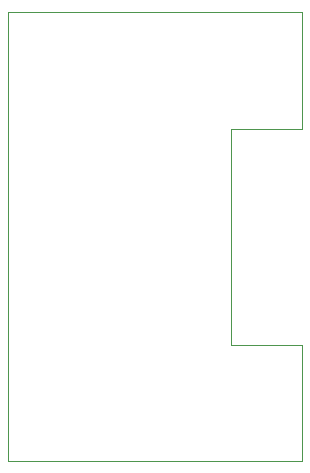
<source format=gbr>
%TF.GenerationSoftware,KiCad,Pcbnew,9.0.6*%
%TF.CreationDate,2025-12-26T20:21:36+00:00*%
%TF.ProjectId,PIDI-BOX-01-RELSW-6-BUTTONS-A1,50494449-2d42-44f5-982d-30312d52454c,rev?*%
%TF.SameCoordinates,Original*%
%TF.FileFunction,Profile,NP*%
%FSLAX46Y46*%
G04 Gerber Fmt 4.6, Leading zero omitted, Abs format (unit mm)*
G04 Created by KiCad (PCBNEW 9.0.6) date 2025-12-26 20:21:36*
%MOMM*%
%LPD*%
G01*
G04 APERTURE LIST*
%TA.AperFunction,Profile*%
%ADD10C,0.100000*%
%TD*%
G04 APERTURE END LIST*
D10*
X125933200Y-50698400D02*
X125933200Y-60655200D01*
X125933200Y-60655200D02*
X119862600Y-60655200D01*
X125933200Y-88747600D02*
X125907800Y-78892400D01*
X101000000Y-50698400D02*
X125933200Y-50698400D01*
X125933200Y-88747600D02*
X101000000Y-88747600D01*
X125907800Y-78892400D02*
X119862600Y-78892400D01*
X119862600Y-60655200D02*
X119862600Y-78892400D01*
X101000000Y-88747600D02*
X101000000Y-50698400D01*
M02*

</source>
